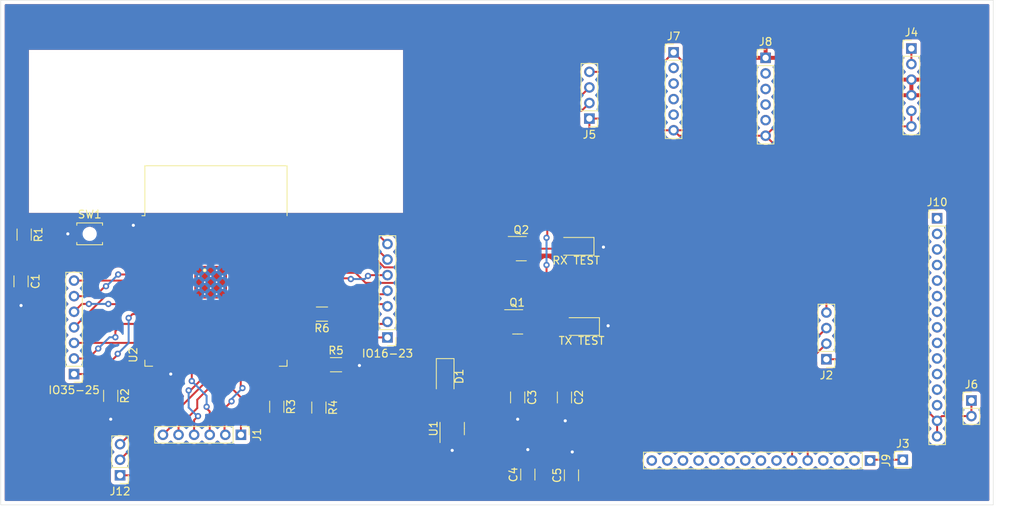
<source format=kicad_pcb>
(kicad_pcb (version 20211014) (generator pcbnew)
  (layers (0 "F.Cu" signal) (31 "B.Cu" signal) (34 "B.Paste" user) (35 "F.Paste" user) (36 "B.SilkS" user "B.Silkscreen") (37 "F.SilkS" user "F.Silkscreen") (38 "B.Mask" user) (39 "F.Mask" user) (44 "Edge.Cuts" user))
  (net 0 "")
  (net 1 "Net-(C1-Pad1)")
  (net 2 "+5V")
  (net 3 "Net-(C2-Pad1)")
  (net 4 "+3.3V")
  (net 5 "IO 4")
  (net 6 "IO 13")
  (net 7 "IO 14")
  (net 8 "IO 16")
  (net 9 "IO 17")
  (net 10 "IO 18")
  (net 11 "IO 19")
  (net 12 "IO 21")
  (net 13 "IO 22")
  (net 14 "IO 23")
  (net 15 "IO 25")
  (net 16 "IO 26")
  (net 17 "IO 27")
  (net 18 "IO 32")
  (net 19 "IO 33")
  (net 20 "IO 34")
  (net 21 "IO 35")
  (net 22 "Net-(D2-Pad2)")
  (net 23 "Net-(D3-Pad2)")
  (net 24 "ESP32_SD0")
  (net 25 "ESP32_SDI")
  (net 26 "ESP32_SHD")
  (net 27 "ESP32_SWP")
  (net 28 "ESP32_SCK")
  (net 29 "ESP32_SCS")
  (net 30 "IO11")
  (net 31 "IO12")
  (net 32 "IO7")
  (net 33 "+1V8")
  (net 34 "IO.TX")
  (net 35 "IO.RX")
  (net 36 "IO.SCK")
  (net 37 "IO.CSB")
  (net 38 "IO.SDI")
  (net 39 "IO.SDO")
  (net 40 "F.IO0")
  (net 41 "F.IO1")
  (net 42 "F.CLK")
  (net 43 "F.CSB")
  (net 44 "IO8")
  (net 45 "IO9")
  (net 46 "IO10")
  (net 47 "IO17")
  (net 48 "IO18")
  (net 49 "IO19")
  (net 50 "IO20")
  (net 51 "IO21")
  (net 52 "IO22")
  (net 53 "IO23")
  (net 54 "IO24")
  (net 55 "IO25")
  (net 56 "IO26")
  (net 57 "IO27")
  (net 58 "IO28")
  (net 59 "IO29")
  (net 60 "IO30")
  (net 61 "IO31")
  (net 62 "IO32")
  (net 63 "IO33")
  (net 64 "IO34")
  (net 65 "IO35")
  (net 66 "IO36")
  (net 67 "IO37")
  (net 69 "Net-(R4-Pad1)")
  (net 70 "Net-(R5-Pad1)")
  (net 71 "Net-(R6-Pad2)")
  (net 76 "Net-(U2-Pad14)")
  (net 77 "Net-(U2-Pad23)")
  (net 78 "GND")
  (footprint "Connector_PinHeader_2.00mm:PinHeader_1x15_P2.00mm_Vertical" (layer "F.Cu") (at 220.2 68.2)
    (fp_text reference "J10" (at 0 -2.06) (layer "F.SilkS"))
    (fp_text value "Conn_01x15_Male")
    (pad "1" thru_hole rect (at 0 0) (size 1.35 1.35) (drill 0.8) (layers *.Cu *.Mask) (net 56 "IO26"))
    (pad "2" thru_hole oval (at 0 2) (size 1.35 1.35) (drill 0.8) (layers *.Cu *.Mask) (net 57 "IO27"))
    (pad "3" thru_hole oval (at 0 4) (size 1.35 1.35) (drill 0.8) (layers *.Cu *.Mask) (net 58 "IO28"))
    (pad "4" thru_hole oval (at 0 6) (size 1.35 1.35) (drill 0.8) (layers *.Cu *.Mask) (net 59 "IO29"))
    (pad "5" thru_hole oval (at 0 8) (size 1.35 1.35) (drill 0.8) (layers *.Cu *.Mask) (net 60 "IO30"))
    (pad "6" thru_hole oval (at 0 10) (size 1.35 1.35) (drill 0.8) (layers *.Cu *.Mask) (net 61 "IO31"))
    (pad "7" thru_hole oval (at 0 12) (size 1.35 1.35) (drill 0.8) (layers *.Cu *.Mask) (net 62 "IO32"))
    (pad "8" thru_hole oval (at 0 14) (size 1.35 1.35) (drill 0.8) (layers *.Cu *.Mask) (net 63 "IO33"))
    (pad "9" thru_hole oval (at 0 16) (size 1.35 1.35) (drill 0.8) (layers *.Cu *.Mask) (net 64 "IO34"))
    (pad "10" thru_hole oval (at 0 18) (size 1.35 1.35) (drill 0.8) (layers *.Cu *.Mask) (net 65 "IO35"))
    (pad "11" thru_hole oval (at 0 20) (size 1.35 1.35) (drill 0.8) (layers *.Cu *.Mask) (net 66 "IO36"))
    (pad "12" thru_hole oval (at 0 22) (size 1.35 1.35) (drill 0.8) (layers *.Cu *.Mask) (net 67 "IO37"))
    (pad "13" thru_hole oval (at 0 24) (size 1.35 1.35) (drill 0.8) (layers *.Cu *.Mask))
    (pad "14" thru_hole oval (at 0 26) (size 1.35 1.35) (drill 0.8) (layers *.Cu *.Mask) (net 2 "+5V"))
    (pad "15" thru_hole oval (at 0 28) (size 1.35 1.35) (drill 0.8) (layers *.Cu *.Mask) (net 2 "+5V"))
  )
  (footprint "Package_TO_SOT_SMD:SOT-23" (layer "F.Cu") (at 166.8625 72.1)
    (fp_text reference "Q2" (at 0 -2.4) (layer "F.SilkS"))
    (fp_text value "BC807")
    (pad "1" smd roundrect (at -0.9375 -0.95) (size 1.475 0.6) (layers "F.Cu" "F.Paste" "F.Mask") (net 35 "IO.RX"))
    (pad "2" smd roundrect (at -0.9375 0.95) (size 1.475 0.6) (layers "F.Cu" "F.Paste" "F.Mask") (net 4 "+3.3V"))
    (pad "3" smd roundrect (at 0.9375 0) (size 1.475 0.6) (layers "F.Cu" "F.Paste" "F.Mask") (net 23 "Net-(D3-Pad2)"))
  )
  (footprint "Resistor_SMD:R_1206_3216Metric" (layer "F.Cu") (at 103.1 70.3 -90)
    (fp_text reference "R1" (at 0 -1.82 90) (layer "F.SilkS"))
    (fp_text value "10K")
    (pad "1" smd roundrect (at -1.4625 0 270) (size 1.125 1.75) (layers "F.Cu" "F.Paste" "F.Mask") (roundrect_rratio 0.222222) (net 4 "+3.3V"))
    (pad "2" smd roundrect (at 1.4625 0 270) (size 1.125 1.75) (layers "F.Cu" "F.Paste" "F.Mask") (roundrect_rratio 0.222222) (net 1 "Net-(C1-Pad1)"))
  )
  (footprint "RF_Module:ESP32-WROOM-32" (layer "F.Cu") (at 127.7 77.315)
    (fp_text reference "U2" (at -10.61 8.43 90) (layer "F.SilkS"))
    (fp_text value "ESP32-WROOM-32")
    (pad "1" smd rect (at -8.75 -8.25) (size 1.5 0.9) (layers "F.Cu" "F.Paste" "F.Mask") (net 78 "GND"))
    (pad "2" smd rect (at -8.75 -6.98) (size 1.5 0.9) (layers "F.Cu" "F.Paste" "F.Mask") (net 4 "+3.3V"))
    (pad "3" smd rect (at -8.75 -5.71) (size 1.5 0.9) (layers "F.Cu" "F.Paste" "F.Mask") (net 1 "Net-(C1-Pad1)"))
    (pad "4" smd rect (at -8.75 -4.44) (size 1.5 0.9) (layers "F.Cu" "F.Paste" "F.Mask"))
    (pad "5" smd rect (at -8.75 -3.17) (size 1.5 0.9) (layers "F.Cu" "F.Paste" "F.Mask"))
    (pad "6" smd rect (at -8.75 -1.9) (size 1.5 0.9) (layers "F.Cu" "F.Paste" "F.Mask") (net 20 "IO 34"))
    (pad "7" smd rect (at -8.75 -0.63) (size 1.5 0.9) (layers "F.Cu" "F.Paste" "F.Mask") (net 21 "IO 35"))
    (pad "8" smd rect (at -8.75 0.64) (size 1.5 0.9) (layers "F.Cu" "F.Paste" "F.Mask") (net 18 "IO 32"))
    (pad "9" smd rect (at -8.75 1.91) (size 1.5 0.9) (layers "F.Cu" "F.Paste" "F.Mask") (net 19 "IO 33"))
    (pad "10" smd rect (at -8.75 3.18) (size 1.5 0.9) (layers "F.Cu" "F.Paste" "F.Mask") (net 15 "IO 25"))
    (pad "11" smd rect (at -8.75 4.45) (size 1.5 0.9) (layers "F.Cu" "F.Paste" "F.Mask") (net 16 "IO 26"))
    (pad "12" smd rect (at -8.75 5.72) (size 1.5 0.9) (layers "F.Cu" "F.Paste" "F.Mask") (net 17 "IO 27"))
    (pad "13" smd rect (at -8.75 6.99) (size 1.5 0.9) (layers "F.Cu" "F.Paste" "F.Mask") (net 7 "IO 14"))
    (pad "14" smd rect (at -8.75 8.26) (size 1.5 0.9) (layers "F.Cu" "F.Paste" "F.Mask") (net 76 "Net-(U2-Pad14)"))
    (pad "15" smd rect (at -5.71 9.51 90) (size 1.5 0.9) (layers "F.Cu" "F.Paste" "F.Mask") (net 78 "GND"))
    (pad "16" smd rect (at -4.44 9.51 90) (size 1.5 0.9) (layers "F.Cu" "F.Paste" "F.Mask") (net 6 "IO 13"))
    (pad "17" smd rect (at -3.17 9.51 90) (size 1.5 0.9) (layers "F.Cu" "F.Paste" "F.Mask") (net 26 "ESP32_SHD"))
    (pad "18" smd rect (at -1.9 9.51 90) (size 1.5 0.9) (layers "F.Cu" "F.Paste" "F.Mask") (net 27 "ESP32_SWP"))
    (pad "19" smd rect (at -0.63 9.51 90) (size 1.5 0.9) (layers "F.Cu" "F.Paste" "F.Mask") (net 29 "ESP32_SCS"))
    (pad "20" smd rect (at 0.64 9.51 90) (size 1.5 0.9) (layers "F.Cu" "F.Paste" "F.Mask") (net 28 "ESP32_SCK"))
    (pad "21" smd rect (at 1.91 9.51 90) (size 1.5 0.9) (layers "F.Cu" "F.Paste" "F.Mask") (net 24 "ESP32_SD0"))
    (pad "22" smd rect (at 3.18 9.51 90) (size 1.5 0.9) (layers "F.Cu" "F.Paste" "F.Mask") (net 25 "ESP32_SDI"))
    (pad "23" smd rect (at 4.45 9.51 90) (size 1.5 0.9) (layers "F.Cu" "F.Paste" "F.Mask") (net 77 "Net-(U2-Pad23)"))
    (pad "24" smd rect (at 5.72 9.51 90) (size 1.5 0.9) (layers "F.Cu" "F.Paste" "F.Mask") (net 69 "Net-(R4-Pad1)"))
    (pad "25" smd rect (at 8.75 8.26) (size 1.5 0.9) (layers "F.Cu" "F.Paste" "F.Mask") (net 70 "Net-(R5-Pad1)"))
    (pad "26" smd rect (at 8.75 6.99) (size 1.5 0.9) (layers "F.Cu" "F.Paste" "F.Mask") (net 5 "IO 4"))
    (pad "27" smd rect (at 8.75 5.72) (size 1.5 0.9) (layers "F.Cu" "F.Paste" "F.Mask") (net 8 "IO 16"))
    (pad "28" smd rect (at 8.75 4.45) (size 1.5 0.9) (layers "F.Cu" "F.Paste" "F.Mask") (net 9 "IO 17"))
    (pad "29" smd rect (at 8.75 3.18) (size 1.5 0.9) (layers "F.Cu" "F.Paste" "F.Mask") (net 71 "Net-(R6-Pad2)"))
    (pad "30" smd rect (at 8.75 1.91) (size 1.5 0.9) (layers "F.Cu" "F.Paste" "F.Mask") (net 10 "IO 18"))
    (pad "31" smd rect (at 8.75 0.64) (size 1.5 0.9) (layers "F.Cu" "F.Paste" "F.Mask") (net 11 "IO 19"))
    (pad "32" smd rect (at 8.75 -0.63) (size 1.5 0.9) (layers "F.Cu" "F.Paste" "F.Mask"))
    (pad "33" smd rect (at 8.75 -1.9) (size 1.5 0.9) (layers "F.Cu" "F.Paste" "F.Mask") (net 12 "IO 21"))
    (pad "34" smd rect (at 8.75 -3.17) (size 1.5 0.9) (layers "F.Cu" "F.Paste" "F.Mask") (net 34 "IO.TX"))
    (pad "35" smd rect (at 8.75 -4.44) (size 1.5 0.9) (layers "F.Cu" "F.Paste" "F.Mask") (net 35 "IO.RX"))
    (pad "36" smd rect (at 8.75 -5.71) (size 1.5 0.9) (layers "F.Cu" "F.Paste" "F.Mask") (net 13 "IO 22"))
    (pad "37" smd rect (at 8.75 -6.98) (size 1.5 0.9) (layers "F.Cu" "F.Paste" "F.Mask") (net 14 "IO 23"))
    (pad "38" smd rect (at 8.75 -8.25) (size 1.5 0.9) (layers "F.Cu" "F.Paste" "F.Mask") (net 78 "GND"))
    (pad "39" thru_hole circle (at -2.205 -1.6725) (size 0.475 0.475) (drill 0.2) (property pad_prop_heatsink) (layers *.Cu "F.Mask") (net 78 "GND"))
    (pad "39" thru_hole circle (at 0.0825 0.615) (size 0.475 0.475) (drill 0.2) (property pad_prop_heatsink) (layers *.Cu "F.Mask") (net 78 "GND"))
    (pad "39" smd rect (at -2.205 -2.435) (size 1.05 1.05) (layers "F.Cu" "F.Paste") (net 78 "GND"))
    (pad "39" smd rect (at -0.68 0.615) (size 1.05 1.05) (layers "F.Cu" "F.Paste") (net 78 "GND"))
    (pad "39" smd rect (at -0.68 -0.91) (size 1.05 1.05) (layers "F.Cu" "F.Paste") (net 78 "GND"))
    (pad "39" smd rect (at -2.205 0.615) (size 1.05 1.05) (layers "F.Cu" "F.Paste") (net 78 "GND"))
    (pad "39" smd rect (at -0.68 -2.435) (size 1.05 1.05) (layers "F.Cu" "F.Paste") (net 78 "GND"))
    (pad "39" smd rect (at -2.205 -0.91) (size 1.05 1.05) (layers "F.Cu" "F.Paste") (net 78 "GND"))
    (pad "39" thru_hole circle (at -0.68 -1.6725) (size 0.475 0.475) (drill 0.2) (property pad_prop_heatsink) (layers *.Cu "F.Mask") (net 78 "GND"))
    (pad "39" thru_hole circle (at -1.4425 -0.91) (size 0.475 0.475) (drill 0.2) (property pad_prop_heatsink) (layers *.Cu "F.Mask") (net 78 "GND"))
    (pad "39" smd rect (at 0.845 -2.435) (size 1.05 1.05) (layers "F.Cu" "F.Paste") (net 78 "GND"))
    (pad "39" smd rect (at -0.68 -0.91) (size 4.2 4.2) (layers "F.Cu" "F.Mask") (net 78 "GND"))
    (pad "39" thru_hole circle (at 0.845 -0.1475) (size 0.475 0.475) (drill 0.2) (property pad_prop_heatsink) (layers *.Cu "F.Mask") (net 78 "GND"))
    (pad "39" thru_hole circle (at -1.4425 0.615) (size 0.475 0.475) (drill 0.2) (property pad_prop_heatsink) (layers *.Cu "F.Mask") (net 78 "GND"))
    (pad "39" thru_hole circle (at 0.0825 -2.435) (size 0.475 0.475) (drill 0.2) (property pad_prop_heatsink) (layers *.Cu "F.Mask") (net 78 "GND"))
    (pad "39" thru_hole circle (at -0.68 -0.1475) (size 0.475 0.475) (drill 0.2) (property pad_prop_heatsink) (layers *.Cu "F.Mask") (net 78 "GND"))
    (pad "39" smd rect (at 0.845 0.615) (size 1.05 1.05) (layers "F.Cu" "F.Paste") (net 78 "GND"))
    (pad "39" thru_hole circle (at 0.0825 -0.91) (size 0.475 0.475) (drill 0.2) (property pad_prop_heatsink) (layers *.Cu "F.Mask") (net 78 "GND"))
    (pad "39" thru_hole circle (at 0.845 -1.6725) (size 0.475 0.475) (drill 0.2) (property pad_prop_heatsink) (layers *.Cu "F.Mask") (net 78 "GND"))
    (pad "39" thru_hole circle (at -2.205 -0.1475) (size 0.475 0.475) (drill 0.2) (property pad_prop_heatsink) (layers *.Cu "F.Mask") (net 78 "GND"))
    (pad "39" thru_hole circle (at -1.4425 -2.435) (size 0.475 0.475) (drill 0.2) (property pad_prop_heatsink) (layers *.Cu "F.SilkS" "F.Mask") (net 78 "GND"))
    (pad "39" smd rect (at 0.845 -0.91) (size 1.05 1.05) (layers "F.Cu" "F.Paste") (net 78 "GND"))
    (zone (net 0) (net_name "") (layers "F.Cu" "In1.Cu" "B.Cu") (connect_pads (clearance 0)) (min_thickness 0.254)
      (keepout (tracks not_allowed) (vias not_allowed) (pads not_allowed) (copperpour not_allowed) (footprints not_allowed))
      (fill (thermal_gap 0.508) (thermal_bridge_width 0.508))
      (polygon (pts (xy 103.7 67.515) (xy 151.7 67.515) (xy 151.7 46.575) (xy 103.7 46.575)))
    )
  )
  (footprint "Resistor_SMD:R_1206_3216Metric" (layer "F.Cu") (at 141.3 80.5 180)
    (fp_text reference "R6" (at 0 -1.82) (layer "F.SilkS"))
    (fp_text value "10K")
    (pad "1" smd roundrect (at -1.4625 0 180) (size 1.125 1.75) (layers "F.Cu" "F.Paste" "F.Mask") (roundrect_rratio 0.222222) (net 4 "+3.3V"))
    (pad "2" smd roundrect (at 1.4625 0 180) (size 1.125 1.75) (layers "F.Cu" "F.Paste" "F.Mask") (roundrect_rratio 0.222222) (net 71 "Net-(R6-Pad2)"))
  )
  (footprint "Connector_PinHeader_2.00mm:PinHeader_1x06_P2.00mm_Vertical" (layer "F.Cu") (at 186.4 46.9)
    (fp_text reference "J7" (at 0 -2.06) (layer "F.SilkS"))
    (fp_text value "Conn_01x06_Male")
    (pad "1" thru_hole rect (at 0 0) (size 1.35 1.35) (drill 0.8) (layers *.Cu *.Mask) (net 2 "+5V"))
    (pad "2" thru_hole oval (at 0 2) (size 1.35 1.35) (drill 0.8) (layers *.Cu *.Mask) (net 36 "IO.SCK"))
    (pad "3" thru_hole oval (at 0 4) (size 1.35 1.35) (drill 0.8) (layers *.Cu *.Mask) (net 37 "IO.CSB"))
    (pad "4" thru_hole oval (at 0 6) (size 1.35 1.35) (drill 0.8) (layers *.Cu *.Mask) (net 38 "IO.SDI"))
    (pad "5" thru_hole oval (at 0 8) (size 1.35 1.35) (drill 0.8) (layers *.Cu *.Mask) (net 39 "IO.SDO"))
    (pad "6" thru_hole oval (at 0 10) (size 1.35 1.35) (drill 0.8) (layers *.Cu *.Mask) (net 2 "+5V"))
  )
  (footprint "Capacitor_SMD:C_1206_3216Metric" (layer "F.Cu") (at 166.4 91.2 -90)
    (fp_text reference "C3" (at 0 -1.85 90) (layer "F.SilkS"))
    (fp_text value "10uF")
    (pad "1" smd roundrect (at -1.475 0 270) (size 1.15 1.8) (layers "F.Cu" "F.Paste" "F.Mask") (roundrect_rratio 0.217391) (net 3 "Net-(C2-Pad1)"))
    (pad "2" smd roundrect (at 1.475 0 270) (size 1.15 1.8) (layers "F.Cu" "F.Paste" "F.Mask") (roundrect_rratio 0.217391) (net 78 "GND"))
  )
  (footprint "Connector_PinHeader_2.00mm:PinHeader_1x07_P2.00mm_Vertical" (layer "F.Cu") (at 109.5 88.2 180)
    (fp_text reference "IO35-25" (at 0 -2.06) (layer "F.SilkS"))
    (fp_text value "Conn_01x07_Male")
    (pad "1" thru_hole rect (at 0 0 180) (size 1.35 1.35) (drill 0.8) (layers *.Cu *.Mask) (net 15 "IO 25"))
    (pad "2" thru_hole oval (at 0 2 180) (size 1.35 1.35) (drill 0.8) (layers *.Cu *.Mask) (net 16 "IO 26"))
    (pad "3" thru_hole oval (at 0 4 180) (size 1.35 1.35) (drill 0.8) (layers *.Cu *.Mask) (net 17 "IO 27"))
    (pad "4" thru_hole oval (at 0 6 180) (size 1.35 1.35) (drill 0.8) (layers *.Cu *.Mask) (net 18 "IO 32"))
    (pad "5" thru_hole oval (at 0 8 180) (size 1.35 1.35) (drill 0.8) (layers *.Cu *.Mask) (net 19 "IO 33"))
    (pad "6" thru_hole oval (at 0 10 180) (size 1.35 1.35) (drill 0.8) (layers *.Cu *.Mask) (net 20 "IO 34"))
    (pad "7" thru_hole oval (at 0 12 180) (size 1.35 1.35) (drill 0.8) (layers *.Cu *.Mask) (net 21 "IO 35"))
  )
  (footprint "Resistor_SMD:R_1206_3216Metric" (layer "F.Cu") (at 135.5 92.4 -90)
    (fp_text reference "R3" (at 0 -1.82 90) (layer "F.SilkS"))
    (fp_text value "10K")
    (pad "1" smd roundrect (at -1.4625 0 270) (size 1.125 1.75) (layers "F.Cu" "F.Paste" "F.Mask") (roundrect_rratio 0.222222) (net 77 "Net-(U2-Pad23)"))
    (pad "2" smd roundrect (at 1.4625 0 270) (size 1.125 1.75) (layers "F.Cu" "F.Paste" "F.Mask") (roundrect_rratio 0.222222) (net 4 "+3.3V"))
  )
  (footprint "Capacitor_SMD:C_1206_3216Metric" (layer "F.Cu") (at 173.3 101.2 90)
    (fp_text reference "C5" (at 0 -1.85 90) (layer "F.SilkS"))
    (fp_text value "100 nF")
    (pad "1" smd roundrect (at -1.475 0 90) (size 1.15 1.8) (layers "F.Cu" "F.Paste" "F.Mask") (roundrect_rratio 0.217391) (net 4 "+3.3V"))
    (pad "2" smd roundrect (at 1.475 0 90) (size 1.15 1.8) (layers "F.Cu" "F.Paste" "F.Mask") (roundrect_rratio 0.217391) (net 78 "GND"))
  )
  (footprint "Connector_PinHeader_2.00mm:PinHeader_1x07_P2.00mm_Vertical" (layer "F.Cu") (at 149.7 83.5 180)
    (fp_text reference "IO16-23" (at 0 -2.06) (layer "F.SilkS"))
    (fp_text value "Conn_01x07_Male")
    (pad "1" thru_hole rect (at 0 0 180) (size 1.35 1.35) (drill 0.8) (layers *.Cu *.Mask) (net 8 "IO 16"))
    (pad "2" thru_hole oval (at 0 2 180) (size 1.35 1.35) (drill 0.8) (layers *.Cu *.Mask) (net 9 "IO 17"))
    (pad "3" thru_hole oval (at 0 4 180) (size 1.35 1.35) (drill 0.8) (layers *.Cu *.Mask) (net 10 "IO 18"))
    (pad "4" thru_hole oval (at 0 6 180) (size 1.35 1.35) (drill 0.8) (layers *.Cu *.Mask) (net 11 "IO 19"))
    (pad "5" thru_hole oval (at 0 8 180) (size 1.35 1.35) (drill 0.8) (layers *.Cu *.Mask) (net 12 "IO 21"))
    (pad "6" thru_hole oval (at 0 10 180) (size 1.35 1.35) (drill 0.8) (layers *.Cu *.Mask) (net 13 "IO 22"))
    (pad "7" thru_hole oval (at 0 12 180) (size 1.35 1.35) (drill 0.8) (layers *.Cu *.Mask) (net 14 "IO 23"))
  )
  (footprint "Connector_PinHeader_2.00mm:PinHeader_1x04_P2.00mm_Vertical" (layer "F.Cu") (at 175.6 55.4 180)
    (fp_text reference "J5" (at 0 -2.06) (layer "F.SilkS"))
    (fp_text value "Conn_01x04_Male")
    (pad "1" thru_hole rect (at 0 0 180) (size 1.35 1.35) (drill 0.8) (layers *.Cu *.Mask) (net 2 "+5V"))
    (pad "2" thru_hole oval (at 0 2 180) (size 1.35 1.35) (drill 0.8) (layers *.Cu *.Mask) (net 34 "IO.TX"))
    (pad "3" thru_hole oval (at 0 4 180) (size 1.35 1.35) (drill 0.8) (layers *.Cu *.Mask) (net 35 "IO.RX"))
    (pad "4" thru_hole oval (at 0 6 180) (size 1.35 1.35) (drill 0.8) (layers *.Cu *.Mask) (net 2 "+5V"))
  )
  (footprint "Connector_PinHeader_2.00mm:PinHeader_1x06_P2.00mm_Vertical" (layer "F.Cu") (at 198.2 47.6)
    (fp_text reference "J8" (at 0 -2.06) (layer "F.SilkS"))
    (fp_text value "Conn_01x06_Male")
    (pad "1" thru_hole rect (at 0 0) (size 1.35 1.35) (drill 0.8) (layers *.Cu *.Mask) (net 4 "+3.3V"))
    (pad "2" thru_hole oval (at 0 2) (size 1.35 1.35) (drill 0.8) (layers *.Cu *.Mask) (net 40 "F.IO0"))
    (pad "3" thru_hole oval (at 0 4) (size 1.35 1.35) (drill 0.8) (layers *.Cu *.Mask) (net 41 "F.IO1"))
    (pad "4" thru_hole oval (at 0 6) (size 1.35 1.35) (drill 0.8) (layers *.Cu *.Mask) (net 42 "F.CLK"))
    (pad "5" thru_hole oval (at 0 8) (size 1.35 1.35) (drill 0.8) (layers *.Cu *.Mask) (net 43 "F.CSB"))
    (pad "6" thru_hole oval (at 0 10) (size 1.35 1.35) (drill 0.8) (layers *.Cu *.Mask) (net 2 "+5V"))
  )
  (footprint "Connector_PinHeader_2.00mm:PinHeader_1x06_P2.00mm_Vertical" (layer "F.Cu") (at 216.9 46.4)
    (fp_text reference "J4" (at 0 -2.06) (layer "F.SilkS"))
    (fp_text value "Conn_01x06_Male")
    (pad "1" thru_hole rect (at 0 0) (size 1.35 1.35) (drill 0.8) (layers *.Cu *.Mask) (net 33 "+1V8"))
    (pad "2" thru_hole oval (at 0 2) (size 1.35 1.35) (drill 0.8) (layers *.Cu *.Mask) (net 33 "+1V8"))
    (pad "3" thru_hole oval (at 0 4) (size 1.35 1.35) (drill 0.8) (layers *.Cu *.Mask) (net 4 "+3.3V"))
    (pad "4" thru_hole oval (at 0 6) (size 1.35 1.35) (drill 0.8) (layers *.Cu *.Mask) (net 4 "+3.3V"))
    (pad "5" thru_hole oval (at 0 8) (size 1.35 1.35) (drill 0.8) (layers *.Cu *.Mask) (net 2 "+5V"))
    (pad "6" thru_hole oval (at 0 10) (size 1.35 1.35) (drill 0.8) (layers *.Cu *.Mask) (net 2 "+5V"))
  )
  (footprint "Button_Switch_SMD:SW_SPST_B3U-1000P-B" (layer "F.Cu") (at 111.5 70.2)
    (fp_text reference "SW1" (at 0 -2.5) (layer "F.SilkS"))
    (fp_text value "SW_Push")
    (pad "" np_thru_hole circle (at 0 0) (size 0.8 0.8) (drill 0.8) (layers *.Cu *.Mask))
    (pad "1" smd rect (at -1.7 0) (size 0.9 1.7) (layers "F.Cu" "F.Paste" "F.Mask") (net 78 "GND"))
    (pad "2" smd rect (at 1.7 0) (size 0.9 1.7) (layers "F.Cu" "F.Paste" "F.Mask") (net 1 "Net-(C1-Pad1)"))
  )
  (footprint "LED_SMD:LED_1206_3216Metric" (layer "F.Cu") (at 174.6 82.1 180)
    (fp_text reference "TX TEST" (at 0 -1.82) (layer "F.SilkS"))
    (fp_text value "LED")
    (pad "1" smd roundrect (at -1.4 0 180) (size 1.25 1.75) (layers "F.Cu" "F.Paste" "F.Mask") (roundrect_rratio 0.2) (net 78 "GND"))
    (pad "2" smd roundrect (at 1.4 0 180) (size 1.25 1.75) (layers "F.Cu" "F.Paste" "F.Mask") (roundrect_rratio 0.2) (net 22 "Net-(D2-Pad2)"))
  )
  (footprint "Package_TO_SOT_SMD:SOT-23" (layer "F.Cu") (at 166.4 81.5)
    (fp_text reference "Q1" (at -0.07 -2.475) (layer "F.SilkS"))
    (fp_text value "BC807")
    (pad "1" smd roundrect (at -0.9375 -0.95) (size 1.475 0.6) (layers "F.Cu" "F.Paste" "F.Mask") (net 34 "IO.TX"))
    (pad "2" smd roundrect (at -0.9375 0.95) (size 1.475 0.6) (layers "F.Cu" "F.Paste" "F.Mask") (net 4 "+3.3V"))
    (pad "3" smd roundrect (at 0.9375 0) (size 1.475 0.6) (layers "F.Cu" "F.Paste" "F.Mask") (net 22 "Net-(D2-Pad2)"))
  )
  (footprint "Connector_PinHeader_2.00mm:PinHeader_1x02_P2.00mm_Vertical" (layer "F.Cu") (at 224.6 91.6)
    (fp_text reference "J6" (at 0 -2.06) (layer "F.SilkS"))
    (fp_text value "Conn_01x02_Male")
    (pad "1" thru_hole rect (at 0 0) (size 1.35 1.35) (drill 0.8) (layers *.Cu *.Mask) (net 2 "+5V"))
    (pad "2" thru_hole oval (at 0 2) (size 1.35 1.35) (drill 0.8) (layers *.Cu *.Mask) (net 2 "+5V"))
  )
  (footprint "Connector_PinHeader_2.00mm:PinHeader_1x15_P2.00mm_Vertical" (layer "F.Cu") (at 211.6 99.3 -90)
    (fp_text reference "J9" (at 0 -2.06 90) (layer "F.SilkS"))
    (fp_text value "Conn_01x15_Male")
    (pad "1" thru_hole rect (at 0 0 270) (size 1.35 1.35) (drill 0.8) (layers *.Cu *.Mask) (net 32 "IO7"))
    (pad "2" thru_hole oval (at 0 2 270) (size 1.35 1.35) (drill 0.8) (layers *.Cu *.Mask) (net 44 "IO8"))
    (pad "3" thru_hole oval (at 0 4 270) (size 1.35 1.35) (drill 0.8) (layers *.Cu *.Mask) (net 45 "IO9"))
    (pad "4" thru_hole oval (at 0 6 270) (size 1.35 1.35) (drill 0.8) (layers *.Cu *.Mask) (net 46 "IO10"))
    (pad "5" thru_hole oval (at 0 8 270) (size 1.35 1.35) (drill 0.8) (layers *.Cu *.Mask) (net 30 "IO11"))
    (pad "6" thru_hole oval (at 0 10 270) (size 1.35 1.35) (drill 0.8) (layers *.Cu *.Mask) (net 31 "IO12"))
    (pad "7" thru_hole oval (at 0 12 270) (size 1.35 1.35) (drill 0.8) (layers *.Cu *.Mask) (net 47 "IO17"))
    (pad "8" thru_hole oval (at 0 14 270) (size 1.35 1.35) (drill 0.8) (layers *.Cu *.Mask) (net 48 "IO18"))
    (pad "9" thru_hole oval (at 0 16 270) (size 1.35 1.35) (drill 0.8) (layers *.Cu *.Mask) (net 49 "IO19"))
    (pad "10" thru_hole oval (at 0 18 270) (size 1.35 1.35) (drill 0.8) (layers *.Cu *.Mask) (net 50 "IO20"))
    (pad "11" thru_hole oval (at 0 20 270) (size 1.35 1.35) (drill 0.8) (layers *.Cu *.Mask) (net 51 "IO21"))
    (pad "12" thru_hole oval (at 0 22 270) (size 1.35 1.35) (drill 0.8) (layers *.Cu *.Mask) (net 52 "IO22"))
    (pad "13" thru_hole oval (at 0 24 270) (size 1.35 1.35) (drill 0.8) (layers *.Cu *.Mask) (net 53 "IO23"))
    (pad "14" thru_hole oval (at 0 26 270) (size 1.35 1.35) (drill 0.8) (layers *.Cu *.Mask) (net 54 "IO24"))
    (pad "15" thru_hole oval (at 0 28 270) (size 1.35 1.35) (drill 0.8) (layers *.Cu *.Mask) (net 55 "IO25"))
  )
  (footprint "Connector_PinHeader_2.00mm:PinHeader_1x06_P2.00mm_Vertical" (layer "F.Cu") (at 130.9 96 -90)
    (fp_text reference "J1" (at 0 -2.06 90) (layer "F.SilkS"))
    (fp_text value "Conn_01x06_Male")
    (pad "1" thru_hole rect (at 0 0 270) (size 1.35 1.35) (drill 0.8) (layers *.Cu *.Mask) (net 24 "ESP32_SD0"))
    (pad "2" thru_hole oval (at 0 2 270) (size 1.35 1.35) (drill 0.8) (layers *.Cu *.Mask) (net 25 "ESP32_SDI"))
    (pad "3" thru_hole oval (at 0 4 270) (size 1.35 1.35) (drill 0.8) (layers *.Cu *.Mask) (net 26 "ESP32_SHD"))
    (pad "4" thru_hole oval (at 0 6 270) (size 1.35 1.35) (drill 0.8) (layers *.Cu *.Mask) (net 27 "ESP32_SWP"))
    (pad "5" thru_hole oval (at 0 8 270) (size 1.35 1.35) (drill 0.8) (layers *.Cu *.Mask) (net 28 "ESP32_SCK"))
    (pad "6" thru_hole oval (at 0 10 270) (size 1.35 1.35) (drill 0.8) (layers *.Cu *.Mask) (net 29 "ESP32_SCS"))
  )
  (footprint "Package_TO_SOT_SMD:SOT-23-5" (layer "F.Cu") (at 158 95.2 90)
    (fp_text reference "U1" (at 0 -2.4 90) (layer "F.SilkS"))
    (fp_text value "MIC5219-2.5YM5")
    (pad "1" smd roundrect (at -1.1375 -0.95 90) (size 1.325 0.6) (layers "F.Cu" "F.Paste" "F.Mask") (net 2 "+5V"))
    (pad "2" smd roundrect (at -1.1375 0 90) (size 1.325 0.6) (layers "F.Cu" "F.Paste" "F.Mask") (net 78 "GND"))
    (pad "3" smd roundrect (at -1.1375 0.95 90) (size 1.325 0.6) (layers "F.Cu" "F.Paste" "F.Mask") (net 2 "+5V"))
    (pad "4" smd roundrect (at 1.1375 0.95 90) (size 1.325 0.6) (layers "F.Cu" "F.Paste" "F.Mask"))
    (pad "5" smd roundrect (at 1.1375 -0.95 90) (size 1.325 0.6) (layers "F.Cu" "F.Paste" "F.Mask") (net 3 "Net-(C2-Pad1)"))
  )
  (footprint "Capacitor_SMD:C_1206_3216Metric" (layer "F.Cu") (at 172.4 91.2 -90)
    (fp_text reference "C2" (at 0 -1.85 90) (layer "F.SilkS"))
    (fp_text value "10uF")
    (pad "1" smd roundrect (at -1.475 0 270) (size 1.15 1.8) (layers "F.Cu" "F.Paste" "F.Mask") (roundrect_rratio 0.217391) (net 3 "Net-(C2-Pad1)"))
    (pad "2" smd roundrect (at 1.475 0 270) (size 1.15 1.8) (layers "F.Cu" "F.Paste" "F.Mask") (roundrect_rratio 0.217391) (net 78 "GND"))
  )
  (footprint "LED_SMD:LED_1206_3216Metric" (layer "F.Cu") (at 173.9 71.8 180)
    (fp_text reference "RX TEST" (at 0 -1.82) (layer "F.SilkS"))
    (fp_text value "LED")
    (pad "1" smd roundrect (at -1.4 0 180) (size 1.25 1.75) (layers "F.Cu" "F.Paste" "F.Mask") (roundrect_rratio 0.2) (net 78 "GND"))
    (pad "2" smd roundrect (at 1.4 0 180) (size 1.25 1.75) (layers "F.Cu" "F.Paste" "F.Mask") (roundrect_rratio 0.2) (net 23 "Net-(D3-Pad2)"))
  )
  (footprint "Capacitor_SMD:C_1206_3216Metric" (layer "F.Cu") (at 102.7 76.3 -90)
    (fp_text reference "C1" (at 0 -1.85 90) (layer "F.SilkS"))
    (fp_text value "10uF")
    (pad "1" smd roundrect (at -1.475 0 270) (size 1.15 1.8) (layers "F.Cu" "F.Paste" "F.Mask") (roundrect_rratio 0.217391) (net 1 "Net-(C1-Pad1)"))
    (pad "2" smd roundrect (at 1.475 0 270) (size 1.15 1.8) (layers "F.Cu" "F.Paste" "F.Mask") (roundrect_rratio 0.217391) (net 78 "GND"))
  )
  (footprint "Resistor_SMD:R_1206_3216Metric" (layer "F.Cu") (at 114.2 91 -90)
    (fp_text reference "R2" (at 0 -1.82 90) (layer "F.SilkS"))
    (fp_text value "10k")
    (pad "1" smd roundrect (at -1.4625 0 270) (size 1.125 1.75) (layers "F.Cu" "F.Paste" "F.Mask") (roundrect_rratio 0.222222) (net 76 "Net-(U2-Pad14)"))
    (pad "2" smd roundrect (at 1.4625 0 270) (size 1.125 1.75) (layers "F.Cu" "F.Paste" "F.Mask") (roundrect_rratio 0.222222) (net 78 "GND"))
  )
  (footprint "Diode_SMD:D_1206_3216Metric" (layer "F.Cu") (at 157.1 88.5 -90)
    (fp_text reference "D1" (at 0 -1.82 90) (layer "F.SilkS"))
    (fp_text value "D_Schottky")
    (pad "1" smd roundrect (at -1.4 0 270) (size 1.25 1.75) (layers "F.Cu" "F.Paste" "F.Mask") (roundrect_rratio 0.2) (net 4 "+3.3V"))
    (pad "2" smd roundrect (at 1.4 0 270) (size 1.25 1.75) (layers "F.Cu" "F.Paste" "F.Mask") (roundrect_rratio 0.2) (net 3 "Net-(C2-Pad1)"))
  )
  (footprint "Connector_PinHeader_2.00mm:PinHeader_1x03_P2.00mm_Vertical" (layer "F.Cu") (at 115.4 101.2 180)
    (fp_text reference "J12" (at 0 -2.06) (layer "F.SilkS"))
    (fp_text value "Conn_01x03_Male")
    (pad "1" thru_hole rect (at 0 0 180) (size 1.35 1.35) (drill 0.8) (layers *.Cu *.Mask) (net 5 "IO 4"))
    (pad "2" thru_hole oval (at 0 2 180) (size 1.35 1.35) (drill 0.8) (layers *.Cu *.Mask) (net 6 "IO 13"))
    (pad "3" thru_hole oval (at 0 4 180) (size 1.35 1.35) (drill 0.8) (layers *.Cu *.Mask) (net 7 "IO 14"))
  )
  (footprint "Connector_PinHeader_2.00mm:PinHeader_1x04_P2.00mm_Vertical" (layer "F.Cu") (at 206 86.3 180)
    (fp_text reference "J2" (at 0 -2.06) (layer "F.SilkS"))
    (fp_text value "Conn_01x04_Male")
    (pad "1" thru_hole rect (at 0 0 180) (size 1.35 1.35) (drill 0.8) (layers *.Cu *.Mask) (net 2 "+5V"))
    (pad "2" thru_hole oval (at 0 2 180) (size 1.35 1.35) (drill 0.8) (layers *.Cu *.Mask) (net 30 "IO11"))
    (pad "3" thru_hole oval (at 0 4 180) (size 1.35 1.35) (drill 0.8) (layers *.Cu *.Mask) (net 31 "IO12"))
    (pad "4" thru_hole oval (at 0 6 180) (size 1.35 1.35) (drill 0.8) (layers *.Cu *.Mask) (net 2 "+5V"))
  )
  (footprint "Capacitor_SMD:C_1206_3216Metric" (layer "F.Cu") (at 167.7 101.1 90)
    (fp_text reference "C4" (at 0 -1.85 90) (layer "F.SilkS"))
    (fp_text value "10 uF")
    (pad "1" smd roundrect (at -1.475 0 90) (size 1.15 1.8) (layers "F.Cu" "F.Paste" "F.Mask") (roundrect_rratio 0.217391) (net 4 "+3.3V"))
    (pad "2" smd roundrect (at 1.475 0 90) (size 1.15 1.8) (layers "F.Cu" "F.Paste" "F.Mask") (roundrect_rratio 0.217391) (net 78 "GND"))
  )
  (footprint "Resistor_SMD:R_1206_3216Metric" (layer "F.Cu") (at 143.1 87)
    (fp_text reference "R5" (at 0 -1.82) (layer "F.SilkS"))
    (fp_text value "10K")
    (pad "1" smd roundrect (at -1.4625 0) (size 1.125 1.75) (layers "F.Cu" "F.Paste" "F.Mask") (roundrect_rratio 0.222222) (net 70 "Net-(R5-Pad1)"))
    (pad "2" smd roundrect (at 1.4625 0) (size 1.125 1.75) (layers "F.Cu" "F.Paste" "F.Mask") (roundrect_rratio 0.222222) (net 78 "GND"))
  )
  (footprint "Resistor_SMD:R_1206_3216Metric" (layer "F.Cu") (at 140.9 92.5 -90)
    (fp_text reference "R4" (at 0 -1.82 90) (layer "F.SilkS"))
    (fp_text value "10K")
    (pad "1" smd roundrect (at -1.4625 0 270) (size 1.125 1.75) (layers "F.Cu" "F.Paste" "F.Mask") (roundrect_rratio 0.222222) (net 69 "Net-(R4-Pad1)"))
    (pad "2" smd roundrect (at 1.4625 0 270) (size 1.125 1.75) (layers "F.Cu" "F.Paste" "F.Mask") (roundrect_rratio 0.222222) (net 4 "+3.3V"))
  )
  (footprint "Connector_PinHeader_2.00mm:PinHeader_1x01_P2.00mm_Vertical" (layer "F.Cu") (at 215.8 99.2)
    (fp_text reference "J3" (at 0 -2.06) (layer "F.SilkS"))
    (fp_text value "Conn_01x01_Male")
    (pad "1" thru_hole rect (at 0 0) (size 1.35 1.35) (drill 0.8) (layers *.Cu *.Mask) (net 32 "IO7"))
  )
  (gr_rect (start 100.1 40.2) (end 227.4 105) (layer "Edge.Cuts") (width 0.05) (fill none))
  (segment (start 113.2 70.2) (end 114.605 71.605) (width 0.25) (layer "F.Cu") (net 1))
  (segment (start 102.7 72.1625) (end 103.1 71.7625) (width 0.25) (layer "F.Cu") (net 1))
  (segment (start 103.1 71.7625) (end 111.6375 71.7625) (width 0.25) (layer "F.Cu") (net 1))
  (segment (start 102.7 74.825) (end 102.7 72.1625) (width 0.25) (layer "F.Cu") (net 1))
  (segment (start 111.6375 71.7625) (end 113.2 70.2) (width 0.25) (layer "F.Cu") (net 1))
  (segment (start 114.605 71.605) (end 118.95 71.605) (width 0.25) (layer "F.Cu") (net 1))
  (segment (start 156.8 98.9) (end 156.8 96.5875) (width 0.25) (layer "F.Cu") (net 2))
  (segment (start 159 98.125305) (end 159 99.2) (width 0.25) (layer "F.Cu") (net 2))
  (segment (start 224.6 91.6) (end 224.6 93.6) (width 0.25) (layer "F.Cu") (net 2))
  (segment (start 180.3 55.4) (end 182 57.1) (width 0.25) (layer "F.Cu") (net 2))
  (segment (start 206 65.4) (end 198.2 57.6) (width 0.25) (layer "F.Cu") (net 2))
  (segment (start 159 99.2) (end 157.1 99.2) (width 0.25) (layer "F.Cu") (net 2))
  (segment (start 188.7 56.5) (end 188.3 56.9) (width 0.25) (layer "F.Cu") (net 2))
  (segment (start 187.1 57.6) (end 186.4 56.9) (width 0.25) (layer "F.Cu") (net 2))
  (segment (start 198.2 57.6) (end 199.4 56.4) (width 0.25) (layer "F.Cu") (net 2))
  (segment (start 224.6 93.6) (end 220.8 93.6) (width 0.25) (layer "F.Cu") (net 2))
  (segment (start 181.1 89.8) (end 173.725 97.175) (width 0.25) (layer "F.Cu") (net 2))
  (segment (start 212.3 86.3) (end 220.2 94.2) (width 0.25) (layer "F.Cu") (net 2))
  (segment (start 199.4 56.4) (end 216.9 56.4) (width 0.25) (layer "F.Cu") (net 2))
  (segment (start 182.2 56.9) (end 186.4 56.9) (width 0.25) (layer "F.Cu") (net 2))
  (segment (start 206 86.3) (end 212.3 86.3) (width 0.25) (layer "F.Cu") (net 2))
  (segment (start 175.6 55.4) (end 175.6 66.7) (width 0.25) (layer "F.Cu") (net 2))
  (segment (start 183.9 49.4) (end 186.4 46.9) (width 0.25) (layer "F.Cu") (net 2))
  (segment (start 188.3 56.9) (end 186.4 56.9) (width 0.25) (layer "F.Cu") (net 2))
  (segment (start 206 80.3) (end 206 65.4) (width 0.25) (layer "F.Cu") (net 2))
  (segment (start 186.4 46.9) (end 188.7 49.2) (width 0.25) (layer "F.Cu") (net 2))
  (segment (start 175.6 66.7) (end 181.1 72.2) (width 0.25) (layer "F.Cu") (net 2))
  (segment (start 188.7 49.2) (end 188.7 56.5) (width 0.25) (layer "F.Cu") (net 2))
  (segment (start 173.725 97.175) (end 159.7875 97.175) (width 0.25) (layer "F.Cu") (net 2))
  (segment (start 198.2 57.6) (end 187.1 57.6) (width 0.25) (layer "F.Cu") (net 2))
  (segment (start 182 57.1) (end 182.2 56.9) (width 0.25) (layer "F.Cu") (net 2))
  (segment (start 220.2 94.2) (end 220.2 96.6) (width 0.25) (layer "F.Cu") (net 2))
  (segment (start 159.7875 97.175) (end 158.95 96.3375) (width 0.25) (layer "F.Cu") (net 2))
  (segment (start 156.8 96.5875) (end 157.05 96.3375) (width 0.25) (layer "F.Cu") (net 2))
  (segment (start 157.1 99.2) (end 156.8 98.9) (width 0.25) (layer "F.Cu") (net 2))
  (segment (start 175.6 55.4) (end 180.3 55.4) (width 0.25) (layer "F.Cu") (net 2))
  (segment (start 216.9 54.4) (end 216.9 56.4) (width 0.25) (layer "F.Cu") (net 2))
  (segment (start 220.8 93.6) (end 220.2 94.2) (width 0.25) (layer "F.Cu") (net 2))
  (segment (start 181.1 72.2) (end 181.1 89.8) (width 0.25) (layer "F.Cu") (net 2))
  (segment (start 158.95 96.3375) (end 158.95 98.075305) (width 0.25) (layer "F.Cu") (net 2))
  (segment (start 158.95 98.075305) (end 159 98.125305) (width 0.25) (layer "F.Cu") (net 2))
  (segment (start 175.6 49.4) (end 183.9 49.4) (width 0.25) (layer "F.Cu") (net 2))
  (segment (start 157.05 94.0625) (end 157.05 89.95) (width 0.25) (layer "F.Cu") (net 3))
  (segment (start 166.225 89.9) (end 166.4 89.725) (width 0.25) (layer "F.Cu") (net 3))
  (segment (start 157.1 89.9) (end 166.225 89.9) (width 0.25) (layer "F.Cu") (net 3))
  (segment (start 157.05 89.95) (end 157.1 89.9) (width 0.25) (layer "F.Cu") (net 3))
  (segment (start 166.4 89.725) (end 172.4 89.725) (width 0.25) (layer "F.Cu") (net 3))
  (segment (start 139.1 101.2) (end 148.8 91.5) (width 0.25) (layer "F.Cu") (net 5))
  (segment (start 145.405 84.305) (end 136.45 84.305) (width 0.25) (layer "F.Cu") (net 5))
  (segment (start 148.8 91.5) (end 148.8 87.7) (width 0.25) (layer "F.Cu") (net 5))
  (segment (start 148.8 87.7) (end 145.405 84.305) (width 0.25) (layer "F.Cu") (net 5))
  (segment (start 115.4 101.2) (end 139.1 101.2) (width 0.25) (layer "F.Cu") (net 5))
  (segment (start 118.3 93.9) (end 123.26 88.94) (width 0.25) (layer "F.Cu") (net 6))
  (segment (start 115.4 99.2) (end 118.3 96.3) (width 0.25) (layer "F.Cu") (net 6))
  (segment (start 118.3 96.3) (end 118.3 93.9) (width 0.25) (layer "F.Cu") (net 6))
  (segment (start 123.26 88.94) (end 123.26 86.825) (width 0.25) (layer "F.Cu") (net 6))
  (segment (start 119.53 84.305) (end 120.3 85.075) (width 0.25) (layer "F.Cu") (net 7))
  (segment (start 120.3 85.075) (end 120.3 88.2) (width 0.25) (layer "F.Cu") (net 7))
  (segment (start 117.2 91.3) (end 117.2 95.4) (width 0.25) (layer "F.Cu") (net 7))
  (segment (start 117.2 95.4) (end 115.4 97.2) (width 0.25) (layer "F.Cu") (net 7))
  (segment (start 120.3 88.2) (end 117.2 91.3) (width 0.25) (layer "F.Cu") (net 7))
  (segment (start 118.95 84.305) (end 119.53 84.305) (width 0.25) (layer "F.Cu") (net 7))
  (segment (start 149.7 83.5) (end 136.915 83.5) (width 0.25) (layer "F.Cu") (net 8))
  (segment (start 136.915 83.5) (end 136.45 83.035) (width 0.25) (layer "F.Cu") (net 8))
  (segment (start 136.45 81.765) (end 149.435 81.765) (width 0.25) (layer "F.Cu") (net 9))
  (segment (start 149.435 81.765) (end 149.7 81.5) (width 0.25) (layer "F.Cu") (net 9))
  (segment (start 136.45 79.225) (end 149.425 79.225) (width 0.25) (layer "F.Cu") (net 10))
  (segment (start 149.425 79.225) (end 149.7 79.5) (width 0.25) (layer "F.Cu") (net 10))
  (segment (start 149.245 77.955) (end 149.7 77.5) (width 0.25) (layer "F.Cu") (net 11))
  (segment (start 136.45 77.955) (end 149.245 77.955) (width 0.25) (layer "F.Cu") (net 11))
  (segment (start 144.91 75.91) (end 136.945 75.91) (width 0.25) (layer "F.Cu") (net 12))
  (segment (start 136.945 75.91) (end 136.45 75.415) (width 0.25) (layer "F.Cu") (net 12))
  (segment (start 149.7 75.5) (end 147.3 75.5) (width 0.25) (layer "F.Cu") (net 12))
  (segment (start 145 76) (end 144.91 75.91) (width 0.25) (layer "F.Cu") (net 12))
  (segment (start 147.3 75.5) (end 147.2 75.6) (width 0.25) (layer "F.Cu") (net 12))
  (via (at 147.2 75.6) (size 0.8) (drill 0.4) (layers "F.Cu" "B.Cu") (net 12))
  (via (at 145 76) (size 0.8) (drill 0.4) (layers "F.Cu" "B.Cu") (net 12))
  (segment (start 146.8 76) (end 145 76) (width 0.25) (layer "B.Cu") (net 12))
  (segment (start 147.2 75.6) (end 146.8 76) (width 0.25) (layer "B.Cu") (net 12))
  (segment (start 136.45 71.605) (end 147.805 71.605) (width 0.25) (layer "F.Cu") (net 13))
  (segment (start 147.805 71.605) (end 149.7 73.5) (width 0.25) (layer "F.Cu") (net 13))
  (segment (start 136.45 70.335) (end 148.535 70.335) (width 0.25) (layer "F.Cu") (net 14))
  (segment (start 148.535 70.335) (end 149.7 71.5) (width 0.25) (layer "F.Cu") (net 14))
  (segment (start 109.5 88.2) (end 112.6 88.2) (width 0.25) (layer "F.Cu") (net 15))
  (segment (start 117.005 80.495) (end 118.95 80.495) (width 0.25) (layer "F.Cu") (net 15))
  (segment (start 112.6 88.2) (end 115.1 85.7) (width 0.25) (layer "F.Cu") (net 15))
  (segment (start 116.5 81) (end 117.005 80.495) (width 0.25) (layer "F.Cu") (net 15))
  (segment (start 115.1 85.7) (end 115.1 85.6) (width 0.25) (layer "F.Cu") (net 15))
  (via (at 116.5 81) (size 0.8) (drill 0.4) (layers "F.Cu" "B.Cu") (net 15))
  (via (at 115.1 85.6) (size 0.8) (drill 0.4) (layers "F.Cu" "B.Cu") (net 15))
  (segment (start 115.1 85.6) (end 116.5 84.2) (width 0.25) (layer "B.Cu") (net 15))
  (segment (start 116.5 84.2) (end 116.5 81) (width 0.25) (layer "B.Cu") (net 15))
  (segment (start 111.3245 86.2) (end 109.5 86.2) (width 0.25) (layer "F.Cu") (net 16))
  (segment (start 115.735 81.765) (end 114.8 82.7) (width 0.25) (layer "F.Cu") (net 16))
  (segment (start 112.6 84.9245) (end 112.5755 84.9) (width 0.25) (layer "F.Cu") (net 16))
  (segment (start 112.6 84.9245) (end 111.3245 86.2) (width 0.25) (layer "F.Cu") (net 16))
  (segment (start 114.8 82.7) (end 114.8 83.4755) (width 0.25) (layer "F.Cu") (net 16))
  (segment (start 118.95 81.765) (end 115.735 81.765) (width 0.25) (layer "F.Cu") (net 16))
  (via (at 112.6 84.9245) (size 0.8) (drill 0.4) (layers "F.Cu" "B.Cu") (net 16))
  (via (at 114.8 83.4755) (size 0.8) (drill 0.4) (layers "F.Cu" "B.Cu") (net 16))
  (segment (start 114.049 83.4755) (end 112.6 84.9245) (width 0.25) (layer "B.Cu") (net 16))
  (segment (start 114.8 83.4755) (end 114.049 83.4755) (width 0.25) (layer "B.Cu") (net 16))
  (segment (start 118.37 83.035) (end 118.95 83.035) (width 0.25) (layer "F.Cu") (net 17))
  (segment (start 117.205 84.2) (end 118.37 83.035) (width 0.25) (layer "F.Cu") (net 17))
  (segment (start 109.5 84.2) (end 117.205 84.2) (width 0.25) (layer "F.Cu") (net 17))
  (segment (start 109.5 82.2) (end 113.745 77.955) (width 0.25) (layer "F.Cu") (net 18))
  (segment (start 113.745 77.955) (end 118.95 77.955) (width 0.25) (layer "F.Cu") (net 18))
  (segment (start 113.875 79.225) (end 118.95 79.225) (width 0.25) (layer "F.Cu") (net 19))
  (segment (start 113.875 79.225) (end 113.9 79.2) (width 0.25) (layer "F.Cu") (net 19))
  (segment (start 109.5 80.2) (end 110.5 79.2) (width 0.25) (layer "F.Cu") (net 19))
  (segment (start 111.4 79.2) (end 110.5 79.2) (width 0.25) (layer "F.Cu") (net 19))
  (via (at 113.9 79.2) (size 0.8) (drill 0.4) (layers "F.Cu" "B.Cu") (net 19))
  (via (at 111.4 79.2) (size 0.8) (drill 0.4) (layers "F.Cu" "B.Cu") (net 19))
  (segment (start 113.9 79.2) (end 111.4 79.2) (width 0.25) (layer "B.Cu") (net 19))
  (segment (start 109.5 78.2) (end 112.2 78.2) (width 0.25) (layer "F.Cu") (net 20))
  (segment (start 115.1605 75.415) (end 118.95 75.415) (width 0.25) (layer "F.Cu") (net 20))
  (segment (start 112.2 78.2) (end 113.6 76.8) (width 0.25) (layer "F.Cu") (net 20))
  (segment (start 113.6 76.8) (end 113.6 76.9245) (width 0.25) (layer "F.Cu") (net 20))
  (via (at 115.1605 75.415) (size 0.8) (drill 0.4) (layers "F.Cu" "B.Cu") (net 20))
  (via (at 113.6 76.9245) (size 0.8) (drill 0.4) (layers "F.Cu" "B.Cu") (net 20))
  (segment (start 113.651 76.9245) (end 115.1605 75.415) (width 0.25) (layer "B.Cu") (net 20))
  (segment (start 113.6 76.9245) (end 113.651 76.9245) (width 0.25) (layer "B.Cu") (net 20))
  (segment (start 118.465 76.2) (end 118.95 76.685) (width 0.25) (layer "F.Cu") (net 21))
  (segment (start 109.5 76.2) (end 118.465 76.2) (width 0.25) (layer "F.Cu") (net 21))
  (segment (start 173.2 82.1) (end 167.9375 82.1) (width 0.25) (layer "F.Cu") (net 22))
  (segment (start 167.9375 82.1) (end 167.3375 81.5) (width 0.25) (layer "F.Cu") (net 22))
  (segment (start 172.2 72.1) (end 172.5 71.8) (width 0.25) (layer "F.Cu") (net 23))
  (segment (start 167.8 72.1) (end 172.2 72.1) (width 0.25) (layer "F.Cu") (net 23))
  (segment (start 130.9 91.2) (end 129.61 89.91) (width 0.25) (layer "F.Cu") (net 24))
  (segment (start 129.61 89.91) (end 129.61 86.825) (width 0.25) (layer "F.Cu") (net 24))
  (segment (start 130.9 96) (end 130.9 91.2) (width 0.25) (layer "F.Cu") (net 24))
  (segment (start 128.8 92.6) (end 129.7 91.7) (width 0.25) (layer "F.Cu") (net 25))
  (segment (start 128.9 96) (end 128.8 96) (width 0.25) (layer "F.Cu") (net 25))
  (segment (start 131.1 90) (end 130.88 89.78) (width 0.25) (layer "F.Cu") (net 25))
  (segment (start 130.88 89.78) (end 130.88 86.825) (width 0.25) (layer "F.Cu") (net 25))
  (segment (start 129.8 91.6) (end 129.7 91.7) (width 0.25) (layer "F.Cu") (net 25))
  (segment (start 128.8 96) (end 128.8 92.6) (width 0.25) (layer "F.Cu") (net 25))
  (via (at 131.1 90) (size 0.8) (drill 0.4) (layers "F.Cu" "B.Cu") (net 25))
  (via (at 129.7 91.7) (size 0.8) (drill 0.4) (layers "F.Cu" "B.Cu") (net 25))
  (segment (start 129.7 91.7) (end 129.7 91.4) (width 0.25) (layer "B.Cu") (net 25))
  (segment (start 129.7 91.4) (end 131.1 90) (width 0.25) (layer "B.Cu") (net 25))
  (segment (start 124.6 86.895) (end 124.53 86.825) (width 0.25) (layer "F.Cu") (net 26))
  (segment (start 124.6 89.1) (end 124.6 86.895) (width 0.25) (layer "F.Cu") (net 26))
  (segment (start 126.5 92.6) (end 126.5 92.4) (width 0.25) (layer "F.Cu") (net 26))
  (segment (start 126.9 96) (end 126.9 93) (width 0.25) (layer "F.Cu") (net 26))
  (segment (start 126.9 93) (end 126.7 92.8) (width 0.25) (layer "F.Cu") (net 26))
  (segment (start 126.7 92.8) (end 126.5 92.6) (width 0.25) (layer "F.Cu") (net 26))
  (via (at 124.6 89.1) (size 0.8) (drill 0.4) (layers "F.Cu" "B.Cu") (net 26))
  (via (at 126.5 92.4) (size 0.8) (drill 0.4) (layers "F.Cu" "B.Cu") (net 26))
  (segment (start 126.5 91) (end 124.6 89.1) (width 0.25) (layer "B.Cu") (net 26))
  (segment (start 126.5 92.4) (end 126.5 91) (width 0.25) (layer "B.Cu") (net 26))
  (segment (start 124.9 94.1) (end 125.4 93.6) (width 0.25) (layer "F.Cu") (net 27))
  (segment (start 125.8 88.925305) (end 125.8 86.825) (width 0.25) (layer "F.Cu") (net 27))
  (segment (start 124.325305 90.4) (end 125.8 88.925305) (width 0.25) (layer "F.Cu") (net 27))
  (segment (start 124.2 90.3) (end 124.3 90.4) (width 0.25) (layer "F.Cu") (net 27))
  (segment (start 124.9 96) (end 124.9 94.1) (width 0.25) (layer "F.Cu") (net 27))
  (segment (start 124.3 90.4) (end 124.325305 90.4) (width 0.25) (layer "F.Cu") (net 27))
  (via (at 124.2 90.3) (size 0.8) (drill 0.4) (layers "F.Cu" "B.Cu") (net 27))
  (via (at 125.4 93.6) (size 0.8) (drill 0.4) (layers "F.Cu" "B.Cu") (net 27))
  (segment (start 125.4 93.6) (end 125.4 93.7) (width 0.25) (layer "B.Cu") (net 27))
  (segment (start 124.2 92.5) (end 124.2 90.3) (width 0.25) (layer "B.Cu") (net 27))
  (segment (start 125.4 93.7) (end 124.2 92.5) (width 0.25) (layer "B.Cu") (net 27))
  (segment (start 122.9 94.974695) (end 125.3 92.574695) (width 0.25) (layer "F.Cu") (net 28))
  (segment (start 125.3 91.5) (end 127.6 89.2) (width 0.25) (layer "F.Cu") (net 28))
  (segment (start 128.34 88.96) (end 128.34 86.825) (width 0.25) (layer "F.Cu") (net 28))
  (segment (start 122.9 96) (end 122.9 94.974695) (width 0.25) (layer "F.Cu") (net 28))
  (segment (start 127.6 89.2) (end 128.1 89.2) (width 0.25) (layer "F.Cu") (net 28))
  (segment (start 125.3 92.574695) (end 125.3 91.5) (width 0.25) (layer "F.Cu") (net 28))
  (segment (start 128.1 89.2) (end 128.34 88.96) (width 0.25) (layer "F.Cu") (net 28))
  (segment (start 120.9 96) (end 123.1 93.8) (width 0.25) (layer "F.Cu") (net 29))
  (segment (start 123.1 92.5) (end 127.07 88.53) (width 0.25) (layer "F.Cu") (net 29))
  (segment (start 127.07 88.53) (end 127.07 86.825) (width 0.25) (layer "F.Cu") (net 29))
  (segment (start 123.1 93.8) (end 123.1 92.5) (width 0.25) (layer "F.Cu") (net 29))
  (segment (start 206 84.3) (end 203.6 86.7) (width 0.25) (layer "F.Cu") (net 30))
  (segment (start 203.6 86.7) (end 203.6 99.3) (width 0.25) (layer "F.Cu") (net 30))
  (segment (start 201.6 86.7) (end 201.6 99.3) (width 0.25) (layer "F.Cu") (net 31))
  (segment (start 206 82.3) (end 201.6 86.7) (width 0.25) (layer "F.Cu") (net 31))
  (segment (start 211.7 99.2) (end 211.6 99.3) (width 0.25) (layer "F.Cu") (net 32))
  (segment (start 215.8 99.2) (end 211.7 99.2) (width 0.25) (layer "F.Cu") (net 32))
  (segment (start 216.9 46.4) (end 216.9 48.4) (width 0.25) (layer "F.Cu") (net 33))
  (segment (start 168.2 66.2) (end 170.2 68.2) (width 0.25) (layer "F.Cu") (net 34))
  (segment (start 170.1 74.2) (end 170.1 75.9125) (width 0.25) (layer "F.Cu") (net 34))
  (segment (start 170.2 70.6) (end 170.1 70.7) (width 0.25) (layer "F.Cu") (net 34))
  (segment (start 141.245 74.145) (end 142.3 75.2) (width 0.25) (layer "F.Cu") (net 34))
  (segment (start 161.4125 76.5) (end 165.4625 80.55) (width 0.25) (layer "F.Cu") (net 34))
  (segment (start 168.2 60.3) (end 168.2 66.2) (width 0.25) (layer "F.Cu") (net 34))
  (segment (start 175.6 53.4) (end 174.6 54.4) (width 0.25) (layer "F.Cu") (net 34))
  (segment (start 174.6 54.4) (end 174.1 54.4) (width 0.25) (layer "F.Cu") (net 34))
  (segment (start 170.1 75.9125) (end 165.4625 80.55) (width 0.25) (layer "F.Cu") (net 34))
  (segment (start 174.1 54.4) (end 168.2 60.3) (width 0.25) (layer "F.Cu") (net 34))
  (segment (start 145.6 75.2) (end 146.9 76.5) (width 0.25) (layer "F.Cu") (net 34))
  (segment (start 142.3 75.2) (end 145.6 75.2) (width 0.25) (layer "F.Cu") (net 34))
  (segment (start 170.2 68.2) (end 170.2 70.6) (width 0.25) (layer "F.Cu") (net 34))
  (segment (start 136.45 74.145) (end 141.245 74.145) (width 0.25) (layer "F.Cu") (net 34))
  (segment (start 146.9 76.5) (end 161.4125 76.5) (width 0.25) (layer "F.Cu") (net 34))
  (via (at 170.1 74.2) (size 0.8) (drill 0.4) (layers "F.Cu" "B.Cu") (net 34))
  (via (at 170.1 70.7) (size 0.8) (drill 0.4) (layers "F.Cu" "B.Cu") (net 34))
  (segment (start 170.1 70.7) (end 170.1 74.2) (width 0.25) (layer "B.Cu") (net 34))
  (segment (start 165.925 61.075) (end 165.925 71.15) (width 0.25) (layer "F.Cu") (net 35))
  (segment (start 147.660786 72.875) (end 149.285786 74.5) (width 0.25) (layer "F.Cu") (net 35))
  (segment (start 153.3 74.5) (end 156.65 71.15) (width 0.25) (layer "F.Cu") (net 35))
  (segment (start 165.775 71) (end 165.925 71.15) (width 0.25) (layer "F.Cu") (net 35))
  (segment (start 156.65 71.15) (end 165.925 71.15) (width 0.25) (layer "F.Cu") (net 35))
  (segment (start 175.6 51.4) (end 165.925 61.075) (width 0.25) (layer "F.Cu") (net 35))
  (segment (start 149.285786 74.5) (end 153.3 74.5) (width 0.25) (layer "F.Cu") (net 35))
  (segment (start 136.45 72.875) (end 147.660786 72.875) (width 0.25) (layer "F.Cu") (net 35))
  (segment (start 140.9 91.0375) (end 139.2375 91.0375) (width 0.25) (layer "F.Cu") (net 69))
  (segment (start 139.2375 91.0375) (end 136.7 88.5) (width 0.25) (layer "F.Cu") (net 69))
  (segment (start 133.42 87.82) (end 133.42 86.825) (width 0.25) (layer "F.Cu") (net 69))
  (segment (start 134.1 88.5) (end 133.42 87.82) (width 0.25) (layer "F.Cu") (net 69))
  (segment (start 136.7 88.5) (end 134.1 88.5) (width 0.25) (layer "F.Cu") (net 69))
  (segment (start 141.6375 87) (end 140.2125 85.575) (width 0.25) (layer "F.Cu") (net 70))
  (segment (start 140.2125 85.575) (end 136.45 85.575) (width 0.25) (layer "F.Cu") (net 70))
  (segment (start 136.45 80.495) (end 139.8325 80.495) (width 0.25) (layer "F.Cu") (net 71))
  (segment (start 139.8325 80.495) (end 139.8375 80.5) (width 0.25) (layer "F.Cu") (net 71))
  (segment (start 114.2 89.5375) (end 114.9875 89.5375) (width 0.25) (layer "F.Cu") (net 76))
  (segment (start 114.9875 89.5375) (end 118.95 85.575) (width 0.25) (layer "F.Cu") (net 76))
  (segment (start 132.15 87.825) (end 135.2625 90.9375) (width 0.25) (layer "F.Cu") (net 77))
  (segment (start 132.15 86.825) (end 132.15 87.825) (width 0.25) (layer "F.Cu") (net 77))
  (segment (start 135.2625 90.9375) (end 135.5 90.9375) (width 0.25) (layer "F.Cu") (net 77))
  (segment (start 117.135 69.065) (end 117.1 69.1) (width 0.25) (layer "F.Cu") (net 78))
  (segment (start 175.3 71.8) (end 177.3 71.8) (width 0.25) (layer "F.Cu") (net 78))
  (segment (start 136.45 69.065) (end 135.87 69.065) (width 0.25) (layer "F.Cu") (net 78))
  (segment (start 173.3 99.725) (end 173.3 98.3) (width 0.25) (layer "F.Cu") (net 78))
  (segment (start 158 96.3375) (end 158 98) (width 0.25) (layer "F.Cu") (net 78))
  (segment (start 176 82.1) (end 177.9 82.1) (width 0.25) (layer "F.Cu") (net 78))
  (segment (start 172.4 92.675) (end 172.4 94.1) (width 0.25) (layer "F.Cu") (net 78))
  (segment (start 135.87 69.065) (end 130.055 74.88) (width 0.25) (layer "F.Cu") (net 78))
  (segment (start 144.5625 87) (end 146 87) (width 0.25) (layer "F.Cu") (net 78))
  (segment (start 114.2 92.4625) (end 114.2 94) (width 0.25) (layer "F.Cu") (net 78))
  (segment (start 122.075 86.825) (end 122.2 86.7) (width 0.25) (layer "F.Cu") (net 78))
  (segment (start 173.3 98.3) (end 173.4 98.2) (width 0.25) (layer "F.Cu") (net 78))
  (segment (start 118.95 69.065) (end 117.135 69.065) (width 0.25) (layer "F.Cu") (net 78))
  (segment (start 109.8 70.2) (end 108.7 70.2) (width 0.25) (layer "F.Cu") (net 78))
  (segment (start 121.99 86.825) (end 122.075 86.825) (width 0.25) (layer "F.Cu") (net 78))
  (segment (start 102.7 77.775) (end 102.975 77.775) (width 0.25) (layer "F.Cu") (net 78))
  (segment (start 119.68 69.065) (end 125.495 74.88) (width 0.25) (layer "F.Cu") (net 78))
  (segment (start 167.7 99.625) (end 167.7 97.9) (width 0.25) (layer "F.Cu") (net 78))
  (segment (start 146 87) (end 146.1 87.1) (width 0.25) (layer "F.Cu") (net 78))
  (segment (start 121.99 86.825) (end 121.99 88.11) (width 0.25) (layer "F.Cu") (net 78))
  (segment (start 118.95 69.065) (end 119.68 69.065) (width 0.25) (layer "F.Cu") (net 78))
  (segment (start 172.4 94.1) (end 172.5 94.2) (width 0.25) (layer "F.Cu") (net 78))
  (segment (start 166.4 92.675) (end 166.4 94) (width 0.25) (layer "F.Cu") (net 78))
  (segment (start 102.7 77.775) (end 102.7 79.4) (width 0.25) (layer "F.Cu") (net 78))
  (segment (start 177.3 71.8) (end 177.4 71.9) (width 0.25) (layer "F.Cu") (net 78))
  (segment (start 130.055 74.88) (end 128.545 74.88) (width 0.25) (layer "F.Cu") (net 78))
  (segment (start 121.99 88.11) (end 121.9 88.2) (width 0.25) (layer "F.Cu") (net 78))
  (segment (start 177.9 82.1) (end 178 82) (width 0.25) (layer "F.Cu") (net 78))
  (via (at 146.1 87.1) (size 0.8) (drill 0.4) (layers "F.Cu" "B.Cu") (net 78))
  (via (at 114.2 94) (size 0.8) (drill 0.4) (layers "F.Cu" "B.Cu") (net 78))
  (via (at 166.4 94) (size 0.8) (drill 0.4) (layers "F.Cu" "B.Cu") (net 78))
  (via (at 102.7 79.4) (size 0.8) (drill 0.4) (layers "F.Cu" "B.Cu") (net 78))
  (via (at 121.9 88.2) (size 0.8) (drill 0.4) (layers "F.Cu" "B.Cu") (net 78))
  (via (at 177.4 71.9) (size 0.8) (drill 0.4) (layers "F.Cu" "B.Cu") (net 78))
  (via (at 178 82) (size 0.8) (drill 0.4) (layers "F.Cu" "B.Cu") (net 78))
  (via (at 173.4 98.2) (size 0.8) (drill 0.4) (layers "F.Cu" "B.Cu") (net 78))
  (via (at 158 98) (size 0.8) (drill 0.4) (layers "F.Cu" "B.Cu") (net 78))
  (via (at 172.5 94.2) (size 0.8) (drill 0.4) (layers "F.Cu" "B.Cu") (net 78))
  (via (at 167.7 97.9) (size 0.8) (drill 0.4) (layers "F.Cu" "B.Cu") (net 78))
  (via (at 117.1 69.1) (size 0.8) (drill 0.4) (layers "F.Cu" "B.Cu") (net 78))
  (via (at 108.7 70.2) (size 0.8) (drill 0.4) (layers "F.Cu" "B.Cu") (net 78))
  (zone (net 4) (net_name "+3.3V") (layer "F.Cu") (connect_pads (clearance 0.508)) (min_thickness 0.254) (fill yes (thermal_gap 0.508) (thermal_bridge_width 0.508))
    (polygon (pts (xy 227.4 105) (xy 100.1 105) (xy 100 40.2) (xy 227.4 40.2)))
  )
  (zone (net 78) (net_name "GND") (layer "B.Cu") (connect_pads (clearance 0.508)) (min_thickness 0.254) (fill yes (thermal_gap 0.508) (thermal_bridge_width 0.508))
    (polygon (pts (xy 227.4 105) (xy 100.1 105) (xy 100 40.2) (xy 227.4 40.2)))
  )
)
</source>
